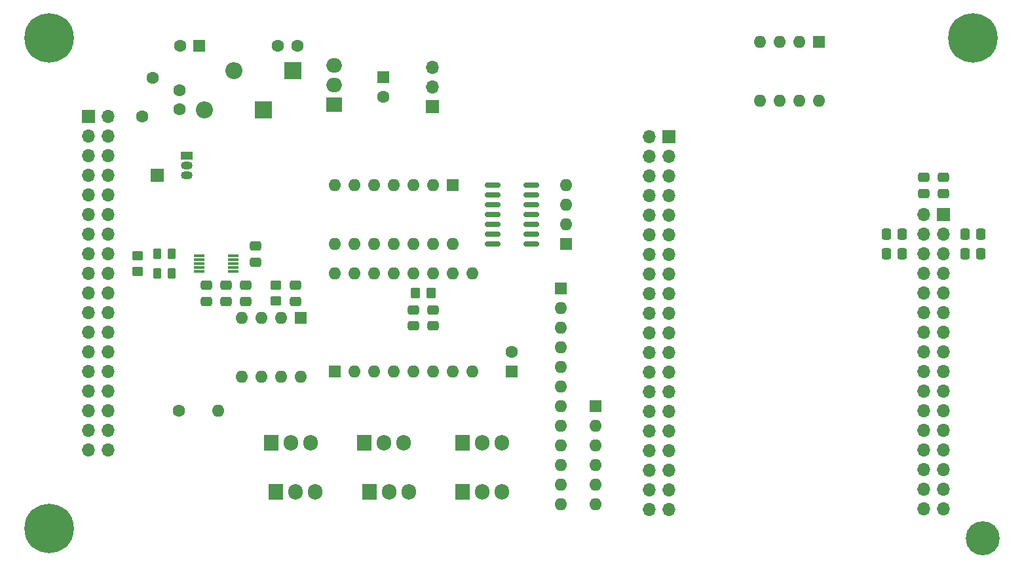
<source format=gbs>
G04 #@! TF.GenerationSoftware,KiCad,Pcbnew,(6.0.0)*
G04 #@! TF.CreationDate,2022-01-14T02:16:32-05:00*
G04 #@! TF.ProjectId,klxecu,6b6c7865-6375-42e6-9b69-6361645f7063,rev?*
G04 #@! TF.SameCoordinates,Original*
G04 #@! TF.FileFunction,Soldermask,Bot*
G04 #@! TF.FilePolarity,Negative*
%FSLAX46Y46*%
G04 Gerber Fmt 4.6, Leading zero omitted, Abs format (unit mm)*
G04 Created by KiCad (PCBNEW (6.0.0)) date 2022-01-14 02:16:32*
%MOMM*%
%LPD*%
G01*
G04 APERTURE LIST*
G04 Aperture macros list*
%AMRoundRect*
0 Rectangle with rounded corners*
0 $1 Rounding radius*
0 $2 $3 $4 $5 $6 $7 $8 $9 X,Y pos of 4 corners*
0 Add a 4 corners polygon primitive as box body*
4,1,4,$2,$3,$4,$5,$6,$7,$8,$9,$2,$3,0*
0 Add four circle primitives for the rounded corners*
1,1,$1+$1,$2,$3*
1,1,$1+$1,$4,$5*
1,1,$1+$1,$6,$7*
1,1,$1+$1,$8,$9*
0 Add four rect primitives between the rounded corners*
20,1,$1+$1,$2,$3,$4,$5,0*
20,1,$1+$1,$4,$5,$6,$7,0*
20,1,$1+$1,$6,$7,$8,$9,0*
20,1,$1+$1,$8,$9,$2,$3,0*%
G04 Aperture macros list end*
%ADD10C,6.400000*%
%ADD11C,4.400000*%
%ADD12RoundRect,0.250000X0.262500X0.450000X-0.262500X0.450000X-0.262500X-0.450000X0.262500X-0.450000X0*%
%ADD13C,1.600000*%
%ADD14O,1.600000X1.600000*%
%ADD15R,1.600000X1.600000*%
%ADD16RoundRect,0.150000X-0.825000X-0.150000X0.825000X-0.150000X0.825000X0.150000X-0.825000X0.150000X0*%
%ADD17R,1.400000X0.300000*%
%ADD18R,2.000000X1.905000*%
%ADD19O,2.000000X1.905000*%
%ADD20RoundRect,0.250000X0.450000X-0.350000X0.450000X0.350000X-0.450000X0.350000X-0.450000X-0.350000X0*%
%ADD21RoundRect,0.250000X-0.350000X-0.450000X0.350000X-0.450000X0.350000X0.450000X-0.350000X0.450000X0*%
%ADD22RoundRect,0.250000X-0.262500X-0.450000X0.262500X-0.450000X0.262500X0.450000X-0.262500X0.450000X0*%
%ADD23RoundRect,0.250000X-0.450000X0.350000X-0.450000X-0.350000X0.450000X-0.350000X0.450000X0.350000X0*%
%ADD24R,1.905000X2.000000*%
%ADD25O,1.905000X2.000000*%
%ADD26O,1.500000X1.050000*%
%ADD27R,1.500000X1.050000*%
%ADD28R,1.700000X1.700000*%
%ADD29O,1.700000X1.700000*%
%ADD30R,2.200000X2.200000*%
%ADD31O,2.200000X2.200000*%
%ADD32RoundRect,0.250000X0.475000X-0.337500X0.475000X0.337500X-0.475000X0.337500X-0.475000X-0.337500X0*%
%ADD33RoundRect,0.250000X-0.475000X0.337500X-0.475000X-0.337500X0.475000X-0.337500X0.475000X0.337500X0*%
%ADD34RoundRect,0.250000X-0.337500X-0.475000X0.337500X-0.475000X0.337500X0.475000X-0.337500X0.475000X0*%
%ADD35RoundRect,0.250000X0.337500X0.475000X-0.337500X0.475000X-0.337500X-0.475000X0.337500X-0.475000X0*%
G04 APERTURE END LIST*
D10*
X22860000Y-27940000D03*
D11*
X143510000Y-92710000D03*
D10*
X22860000Y-91440000D03*
X142240000Y-27940000D03*
D12*
X38655000Y-55880000D03*
X36830000Y-55880000D03*
D13*
X39595000Y-76200000D03*
D14*
X44675000Y-76200000D03*
X55351678Y-71765000D03*
X47731678Y-64145000D03*
X52811678Y-71765000D03*
X50271678Y-64145000D03*
X50271678Y-71765000D03*
X52811678Y-64145000D03*
X47731678Y-71765000D03*
D15*
X55351678Y-64145000D03*
D16*
X85131678Y-54610000D03*
X85131678Y-53340000D03*
X85131678Y-52070000D03*
X85131678Y-50800000D03*
X85131678Y-49530000D03*
X85131678Y-48260000D03*
X85131678Y-46990000D03*
X80181678Y-46990000D03*
X80181678Y-48260000D03*
X80181678Y-49530000D03*
X80181678Y-50800000D03*
X80181678Y-52070000D03*
X80181678Y-53340000D03*
X80181678Y-54610000D03*
D15*
X75041678Y-47000000D03*
D14*
X59801678Y-54620000D03*
X72501678Y-47000000D03*
X62341678Y-54620000D03*
X69961678Y-47000000D03*
X64881678Y-54620000D03*
X67421678Y-47000000D03*
X67421678Y-54620000D03*
X64881678Y-47000000D03*
X69961678Y-54620000D03*
X62341678Y-47000000D03*
X72501678Y-54620000D03*
X59801678Y-47000000D03*
X75041678Y-54620000D03*
D17*
X46650000Y-56150000D03*
X46650000Y-56650000D03*
X46650000Y-57150000D03*
X46650000Y-57650000D03*
X46650000Y-58150000D03*
X42250000Y-58150000D03*
X42250000Y-57650000D03*
X42250000Y-57150000D03*
X42250000Y-56650000D03*
X42250000Y-56150000D03*
D18*
X59723687Y-36553687D03*
D19*
X59723687Y-34013687D03*
X59723687Y-31473687D03*
D13*
X36210000Y-33060000D03*
X34910000Y-38060000D03*
D15*
X89641678Y-54625000D03*
D14*
X89641678Y-52085000D03*
X89641678Y-49545000D03*
X89641678Y-47005000D03*
D15*
X89006678Y-60320000D03*
D14*
X89006678Y-62860000D03*
X89006678Y-65400000D03*
X89006678Y-67940000D03*
X89006678Y-70480000D03*
X89006678Y-73020000D03*
X89006678Y-75560000D03*
X89006678Y-78100000D03*
X89006678Y-80640000D03*
X89006678Y-83180000D03*
X89006678Y-85720000D03*
X89006678Y-88260000D03*
D15*
X93451678Y-75565000D03*
D14*
X93451678Y-78105000D03*
X93451678Y-80645000D03*
X93451678Y-83185000D03*
X93451678Y-85725000D03*
X93451678Y-88265000D03*
D20*
X52176678Y-61960000D03*
X52176678Y-59960000D03*
D21*
X72226678Y-60960000D03*
X70226678Y-60960000D03*
D22*
X38655000Y-58420000D03*
X36830000Y-58420000D03*
D23*
X34290000Y-58150000D03*
X34290000Y-56150000D03*
D24*
X64241678Y-86670000D03*
D25*
X66781678Y-86670000D03*
X69321678Y-86670000D03*
D24*
X51541678Y-80320000D03*
D25*
X54081678Y-80320000D03*
X56621678Y-80320000D03*
D24*
X76306678Y-86670000D03*
D25*
X78846678Y-86670000D03*
X81386678Y-86670000D03*
X57256678Y-86670000D03*
X54716678Y-86670000D03*
D24*
X52176678Y-86670000D03*
X76306678Y-80320000D03*
D25*
X78846678Y-80320000D03*
X81386678Y-80320000D03*
D24*
X63606678Y-80320000D03*
D25*
X66146678Y-80320000D03*
X68686678Y-80320000D03*
D26*
X40640000Y-44450000D03*
X40640000Y-45720000D03*
D27*
X40640000Y-43180000D03*
D28*
X72390000Y-36830000D03*
D29*
X72390000Y-34290000D03*
X72390000Y-31750000D03*
D28*
X36830000Y-45720000D03*
D29*
X135890000Y-88900000D03*
X138430000Y-88900000D03*
X135890000Y-86360000D03*
X138430000Y-86360000D03*
X135890000Y-83820000D03*
X138430000Y-83820000D03*
X135890000Y-81280000D03*
X138430000Y-81280000D03*
X135890000Y-78740000D03*
X138430000Y-78740000D03*
X135890000Y-76200000D03*
X138430000Y-76200000D03*
X135890000Y-73660000D03*
X138430000Y-73660000D03*
X135890000Y-71120000D03*
X138430000Y-71120000D03*
X135890000Y-68580000D03*
X138430000Y-68580000D03*
X135890000Y-66040000D03*
X138430000Y-66040000D03*
X135890000Y-63500000D03*
X138430000Y-63500000D03*
X135890000Y-60960000D03*
X138430000Y-60960000D03*
X135890000Y-58420000D03*
X138430000Y-58420000D03*
X135890000Y-55880000D03*
X138430000Y-55880000D03*
X135890000Y-53340000D03*
X138430000Y-53340000D03*
X135890000Y-50800000D03*
D28*
X138430000Y-50800000D03*
X27935000Y-38115000D03*
D29*
X30475000Y-38115000D03*
X27935000Y-40655000D03*
X30475000Y-40655000D03*
X27935000Y-43195000D03*
X30475000Y-43195000D03*
X27935000Y-45735000D03*
X30475000Y-45735000D03*
X27935000Y-48275000D03*
X30475000Y-48275000D03*
X27935000Y-50815000D03*
X30475000Y-50815000D03*
X27935000Y-53355000D03*
X30475000Y-53355000D03*
X27935000Y-55895000D03*
X30475000Y-55895000D03*
X27935000Y-58435000D03*
X30475000Y-58435000D03*
X27935000Y-60975000D03*
X30475000Y-60975000D03*
X27935000Y-63515000D03*
X30475000Y-63515000D03*
X27935000Y-66055000D03*
X30475000Y-66055000D03*
X27935000Y-68595000D03*
X30475000Y-68595000D03*
X27935000Y-71135000D03*
X30475000Y-71135000D03*
X27935000Y-73675000D03*
X30475000Y-73675000D03*
X27935000Y-76215000D03*
X30475000Y-76215000D03*
X27935000Y-78755000D03*
X30475000Y-78755000D03*
X27935000Y-81295000D03*
X30475000Y-81295000D03*
X100420000Y-88930000D03*
X102960000Y-88930000D03*
X100420000Y-86390000D03*
X102960000Y-86390000D03*
X100420000Y-83850000D03*
X102960000Y-83850000D03*
X100420000Y-81310000D03*
X102960000Y-81310000D03*
X100420000Y-78770000D03*
X102960000Y-78770000D03*
X100420000Y-76230000D03*
X102960000Y-76230000D03*
X100420000Y-73690000D03*
X102960000Y-73690000D03*
X100420000Y-71150000D03*
X102960000Y-71150000D03*
X100420000Y-68610000D03*
X102960000Y-68610000D03*
X100420000Y-66070000D03*
X102960000Y-66070000D03*
X100420000Y-63530000D03*
X102960000Y-63530000D03*
X100420000Y-60990000D03*
X102960000Y-60990000D03*
X100420000Y-58450000D03*
X102960000Y-58450000D03*
X100420000Y-55910000D03*
X102960000Y-55910000D03*
X100420000Y-53370000D03*
X102960000Y-53370000D03*
X100420000Y-50830000D03*
X102960000Y-50830000D03*
X100420000Y-48290000D03*
X102960000Y-48290000D03*
X100420000Y-45750000D03*
X102960000Y-45750000D03*
X100420000Y-43210000D03*
X102960000Y-43210000D03*
X100420000Y-40670000D03*
D28*
X102960000Y-40670000D03*
D14*
X122359520Y-36019520D03*
X114739520Y-28399520D03*
X119819520Y-36019520D03*
X117279520Y-28399520D03*
X117279520Y-36019520D03*
X119819520Y-28399520D03*
X114739520Y-36019520D03*
D15*
X122359520Y-28399520D03*
D30*
X54333687Y-32108687D03*
D31*
X46713687Y-32108687D03*
D30*
X50523687Y-37188687D03*
D31*
X42903687Y-37188687D03*
D32*
X54716678Y-61997500D03*
X54716678Y-59922500D03*
D15*
X82656678Y-71055113D03*
D13*
X82656678Y-68555113D03*
D33*
X43180000Y-59922500D03*
X43180000Y-61997500D03*
X45720000Y-59922500D03*
X45720000Y-61997500D03*
X48260000Y-59922500D03*
X48260000Y-61997500D03*
D34*
X141202500Y-53340000D03*
X143277500Y-53340000D03*
X143277500Y-55880000D03*
X141202500Y-55880000D03*
D32*
X138430000Y-48027500D03*
X138430000Y-45952500D03*
X135890000Y-48027500D03*
X135890000Y-45952500D03*
D35*
X133117500Y-53340000D03*
X131042500Y-53340000D03*
X133117500Y-55880000D03*
X131042500Y-55880000D03*
D33*
X72496678Y-63097500D03*
X72496678Y-65172500D03*
X49530000Y-54842500D03*
X49530000Y-56917500D03*
X69956678Y-63097500D03*
X69956678Y-65172500D03*
D13*
X66040000Y-35520000D03*
D15*
X66040000Y-33020000D03*
D13*
X54948687Y-28933687D03*
X52448687Y-28933687D03*
X39728687Y-37168687D03*
X39728687Y-34668687D03*
D15*
X42268687Y-28933687D03*
D13*
X39768687Y-28933687D03*
D15*
X59796678Y-71110000D03*
D14*
X77576678Y-58410000D03*
X62336678Y-71110000D03*
X75036678Y-58410000D03*
X64876678Y-71110000D03*
X72496678Y-58410000D03*
X67416678Y-71110000D03*
X69956678Y-58410000D03*
X69956678Y-71110000D03*
X67416678Y-58410000D03*
X72496678Y-71110000D03*
X64876678Y-58410000D03*
X75036678Y-71110000D03*
X62336678Y-58410000D03*
X77576678Y-71110000D03*
X59796678Y-58410000D03*
M02*

</source>
